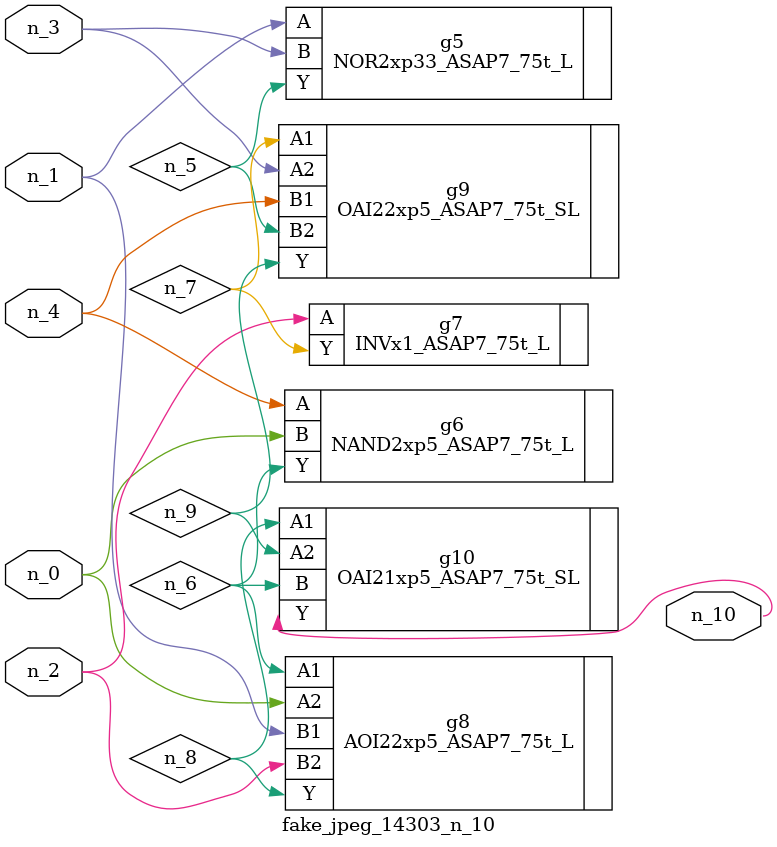
<source format=v>
module fake_jpeg_14303_n_10 (n_3, n_2, n_1, n_0, n_4, n_10);

input n_3;
input n_2;
input n_1;
input n_0;
input n_4;

output n_10;

wire n_8;
wire n_9;
wire n_6;
wire n_5;
wire n_7;

NOR2xp33_ASAP7_75t_L g5 ( 
.A(n_1),
.B(n_3),
.Y(n_5)
);

NAND2xp5_ASAP7_75t_L g6 ( 
.A(n_4),
.B(n_0),
.Y(n_6)
);

INVx1_ASAP7_75t_L g7 ( 
.A(n_2),
.Y(n_7)
);

AOI22xp5_ASAP7_75t_L g8 ( 
.A1(n_6),
.A2(n_0),
.B1(n_1),
.B2(n_2),
.Y(n_8)
);

OAI21xp5_ASAP7_75t_SL g10 ( 
.A1(n_8),
.A2(n_9),
.B(n_6),
.Y(n_10)
);

OAI22xp5_ASAP7_75t_SL g9 ( 
.A1(n_7),
.A2(n_3),
.B1(n_4),
.B2(n_5),
.Y(n_9)
);


endmodule
</source>
